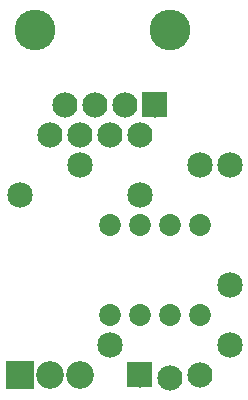
<source format=gbs>
G04 MADE WITH FRITZING*
G04 WWW.FRITZING.ORG*
G04 DOUBLE SIDED*
G04 HOLES PLATED*
G04 CONTOUR ON CENTER OF CONTOUR VECTOR*
%ASAXBY*%
%FSLAX23Y23*%
%MOIN*%
%OFA0B0*%
%SFA1.0B1.0*%
%ADD10C,0.084000*%
%ADD11C,0.135984*%
%ADD12C,0.073000*%
%ADD13C,0.092000*%
%ADD14C,0.085000*%
%ADD15R,0.092000X0.092000*%
%ADD16R,0.001000X0.001000*%
%LNMASK0*%
G90*
G70*
G54D10*
X233Y944D03*
X283Y1044D03*
X333Y944D03*
X433Y944D03*
X533Y944D03*
X383Y1044D03*
X483Y1044D03*
X583Y1044D03*
G54D11*
X633Y1294D03*
X183Y1294D03*
G54D12*
X433Y344D03*
X533Y344D03*
X633Y344D03*
X733Y344D03*
X733Y644D03*
X633Y644D03*
X533Y644D03*
X433Y644D03*
G54D13*
X133Y144D03*
X233Y144D03*
X333Y144D03*
G54D10*
X533Y144D03*
X633Y134D03*
X733Y144D03*
G54D14*
X133Y744D03*
X533Y744D03*
X333Y844D03*
X733Y844D03*
X833Y844D03*
X833Y444D03*
X433Y244D03*
X833Y244D03*
G54D15*
X133Y144D03*
G54D16*
X540Y1086D02*
X623Y1086D01*
X540Y1085D02*
X623Y1085D01*
X540Y1084D02*
X623Y1084D01*
X540Y1083D02*
X623Y1083D01*
X540Y1082D02*
X623Y1082D01*
X540Y1081D02*
X623Y1081D01*
X540Y1080D02*
X623Y1080D01*
X540Y1079D02*
X623Y1079D01*
X540Y1078D02*
X623Y1078D01*
X540Y1077D02*
X623Y1077D01*
X540Y1076D02*
X623Y1076D01*
X540Y1075D02*
X623Y1075D01*
X540Y1074D02*
X623Y1074D01*
X540Y1073D02*
X623Y1073D01*
X540Y1072D02*
X623Y1072D01*
X540Y1071D02*
X623Y1071D01*
X540Y1070D02*
X623Y1070D01*
X540Y1069D02*
X623Y1069D01*
X540Y1068D02*
X623Y1068D01*
X540Y1067D02*
X623Y1067D01*
X540Y1066D02*
X623Y1066D01*
X540Y1065D02*
X623Y1065D01*
X540Y1064D02*
X623Y1064D01*
X540Y1063D02*
X623Y1063D01*
X540Y1062D02*
X623Y1062D01*
X540Y1061D02*
X623Y1061D01*
X540Y1060D02*
X623Y1060D01*
X540Y1059D02*
X579Y1059D01*
X584Y1059D02*
X623Y1059D01*
X540Y1058D02*
X575Y1058D01*
X588Y1058D02*
X623Y1058D01*
X540Y1057D02*
X573Y1057D01*
X590Y1057D02*
X623Y1057D01*
X540Y1056D02*
X572Y1056D01*
X592Y1056D02*
X623Y1056D01*
X540Y1055D02*
X570Y1055D01*
X593Y1055D02*
X623Y1055D01*
X540Y1054D02*
X570Y1054D01*
X594Y1054D02*
X623Y1054D01*
X540Y1053D02*
X569Y1053D01*
X595Y1053D02*
X623Y1053D01*
X540Y1052D02*
X568Y1052D01*
X595Y1052D02*
X623Y1052D01*
X540Y1051D02*
X568Y1051D01*
X596Y1051D02*
X623Y1051D01*
X540Y1050D02*
X567Y1050D01*
X596Y1050D02*
X623Y1050D01*
X540Y1049D02*
X567Y1049D01*
X596Y1049D02*
X623Y1049D01*
X540Y1048D02*
X567Y1048D01*
X597Y1048D02*
X623Y1048D01*
X540Y1047D02*
X567Y1047D01*
X597Y1047D02*
X623Y1047D01*
X540Y1046D02*
X567Y1046D01*
X597Y1046D02*
X623Y1046D01*
X540Y1045D02*
X567Y1045D01*
X597Y1045D02*
X623Y1045D01*
X540Y1044D02*
X567Y1044D01*
X597Y1044D02*
X623Y1044D01*
X540Y1043D02*
X567Y1043D01*
X597Y1043D02*
X623Y1043D01*
X540Y1042D02*
X567Y1042D01*
X597Y1042D02*
X623Y1042D01*
X540Y1041D02*
X567Y1041D01*
X597Y1041D02*
X623Y1041D01*
X540Y1040D02*
X567Y1040D01*
X596Y1040D02*
X623Y1040D01*
X540Y1039D02*
X567Y1039D01*
X596Y1039D02*
X623Y1039D01*
X540Y1038D02*
X568Y1038D01*
X596Y1038D02*
X623Y1038D01*
X540Y1037D02*
X568Y1037D01*
X595Y1037D02*
X623Y1037D01*
X540Y1036D02*
X569Y1036D01*
X595Y1036D02*
X623Y1036D01*
X540Y1035D02*
X570Y1035D01*
X594Y1035D02*
X623Y1035D01*
X540Y1034D02*
X570Y1034D01*
X593Y1034D02*
X623Y1034D01*
X540Y1033D02*
X572Y1033D01*
X592Y1033D02*
X623Y1033D01*
X540Y1032D02*
X573Y1032D01*
X590Y1032D02*
X623Y1032D01*
X540Y1031D02*
X575Y1031D01*
X588Y1031D02*
X623Y1031D01*
X540Y1030D02*
X579Y1030D01*
X584Y1030D02*
X623Y1030D01*
X540Y1029D02*
X623Y1029D01*
X540Y1028D02*
X623Y1028D01*
X540Y1027D02*
X623Y1027D01*
X540Y1026D02*
X623Y1026D01*
X540Y1025D02*
X623Y1025D01*
X540Y1024D02*
X623Y1024D01*
X540Y1023D02*
X623Y1023D01*
X540Y1022D02*
X623Y1022D01*
X540Y1021D02*
X623Y1021D01*
X540Y1020D02*
X623Y1020D01*
X540Y1019D02*
X623Y1019D01*
X540Y1018D02*
X623Y1018D01*
X540Y1017D02*
X623Y1017D01*
X540Y1016D02*
X623Y1016D01*
X540Y1015D02*
X623Y1015D01*
X540Y1014D02*
X623Y1014D01*
X540Y1013D02*
X623Y1013D01*
X540Y1012D02*
X623Y1012D01*
X540Y1011D02*
X623Y1011D01*
X540Y1010D02*
X623Y1010D01*
X540Y1009D02*
X623Y1009D01*
X540Y1008D02*
X623Y1008D01*
X540Y1007D02*
X623Y1007D01*
X540Y1006D02*
X623Y1006D01*
X540Y1005D02*
X623Y1005D01*
X540Y1004D02*
X623Y1004D01*
X540Y1003D02*
X623Y1003D01*
X491Y187D02*
X573Y187D01*
X490Y186D02*
X573Y186D01*
X490Y185D02*
X573Y185D01*
X490Y184D02*
X573Y184D01*
X490Y183D02*
X573Y183D01*
X490Y182D02*
X573Y182D01*
X490Y181D02*
X573Y181D01*
X490Y180D02*
X573Y180D01*
X490Y179D02*
X573Y179D01*
X490Y178D02*
X573Y178D01*
X490Y177D02*
X573Y177D01*
X490Y176D02*
X573Y176D01*
X490Y175D02*
X573Y175D01*
X490Y174D02*
X573Y174D01*
X490Y173D02*
X573Y173D01*
X490Y172D02*
X573Y172D01*
X490Y171D02*
X573Y171D01*
X490Y170D02*
X573Y170D01*
X490Y169D02*
X573Y169D01*
X490Y168D02*
X573Y168D01*
X490Y167D02*
X573Y167D01*
X490Y166D02*
X573Y166D01*
X490Y165D02*
X573Y165D01*
X490Y164D02*
X573Y164D01*
X490Y163D02*
X573Y163D01*
X490Y162D02*
X573Y162D01*
X490Y161D02*
X573Y161D01*
X490Y160D02*
X530Y160D01*
X533Y160D02*
X573Y160D01*
X490Y159D02*
X525Y159D01*
X538Y159D02*
X573Y159D01*
X490Y158D02*
X523Y158D01*
X540Y158D02*
X573Y158D01*
X490Y157D02*
X522Y157D01*
X542Y157D02*
X573Y157D01*
X490Y156D02*
X520Y156D01*
X543Y156D02*
X573Y156D01*
X490Y155D02*
X520Y155D01*
X544Y155D02*
X573Y155D01*
X490Y154D02*
X519Y154D01*
X545Y154D02*
X573Y154D01*
X490Y153D02*
X518Y153D01*
X545Y153D02*
X573Y153D01*
X490Y152D02*
X518Y152D01*
X546Y152D02*
X573Y152D01*
X490Y151D02*
X517Y151D01*
X546Y151D02*
X573Y151D01*
X490Y150D02*
X517Y150D01*
X546Y150D02*
X573Y150D01*
X490Y149D02*
X517Y149D01*
X547Y149D02*
X573Y149D01*
X490Y148D02*
X517Y148D01*
X547Y148D02*
X573Y148D01*
X490Y147D02*
X516Y147D01*
X547Y147D02*
X573Y147D01*
X490Y146D02*
X516Y146D01*
X547Y146D02*
X573Y146D01*
X490Y145D02*
X516Y145D01*
X547Y145D02*
X573Y145D01*
X490Y144D02*
X516Y144D01*
X547Y144D02*
X573Y144D01*
X490Y143D02*
X516Y143D01*
X547Y143D02*
X573Y143D01*
X490Y142D02*
X517Y142D01*
X547Y142D02*
X573Y142D01*
X490Y141D02*
X517Y141D01*
X547Y141D02*
X573Y141D01*
X490Y140D02*
X517Y140D01*
X546Y140D02*
X573Y140D01*
X490Y139D02*
X517Y139D01*
X546Y139D02*
X573Y139D01*
X490Y138D02*
X518Y138D01*
X546Y138D02*
X573Y138D01*
X490Y137D02*
X518Y137D01*
X545Y137D02*
X573Y137D01*
X490Y136D02*
X519Y136D01*
X545Y136D02*
X573Y136D01*
X490Y135D02*
X520Y135D01*
X544Y135D02*
X573Y135D01*
X490Y134D02*
X521Y134D01*
X543Y134D02*
X573Y134D01*
X490Y133D02*
X522Y133D01*
X542Y133D02*
X573Y133D01*
X490Y132D02*
X523Y132D01*
X540Y132D02*
X573Y132D01*
X490Y131D02*
X526Y131D01*
X538Y131D02*
X573Y131D01*
X490Y130D02*
X573Y130D01*
X490Y129D02*
X573Y129D01*
X490Y128D02*
X573Y128D01*
X490Y127D02*
X573Y127D01*
X490Y126D02*
X573Y126D01*
X490Y125D02*
X573Y125D01*
X490Y124D02*
X573Y124D01*
X490Y123D02*
X573Y123D01*
X490Y122D02*
X573Y122D01*
X490Y121D02*
X573Y121D01*
X490Y120D02*
X573Y120D01*
X490Y119D02*
X573Y119D01*
X490Y118D02*
X573Y118D01*
X490Y117D02*
X573Y117D01*
X490Y116D02*
X573Y116D01*
X490Y115D02*
X573Y115D01*
X490Y114D02*
X573Y114D01*
X490Y113D02*
X573Y113D01*
X490Y112D02*
X573Y112D01*
X490Y111D02*
X573Y111D01*
X490Y110D02*
X573Y110D01*
X490Y109D02*
X573Y109D01*
X490Y108D02*
X573Y108D01*
X490Y107D02*
X573Y107D01*
X490Y106D02*
X573Y106D01*
X490Y105D02*
X573Y105D01*
X490Y104D02*
X573Y104D01*
D02*
G04 End of Mask0*
M02*
</source>
